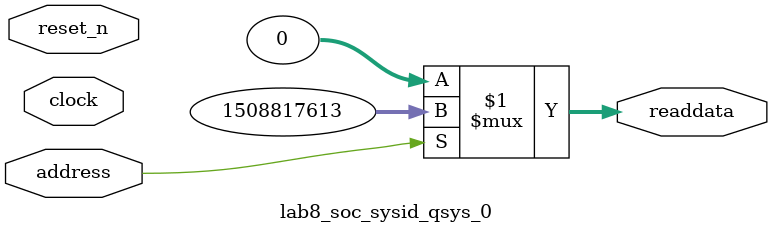
<source format=v>

`timescale 1ns / 1ps
// synthesis translate_on

// turn off superfluous verilog processor warnings 
// altera message_level Level1 
// altera message_off 10034 10035 10036 10037 10230 10240 10030 

module lab8_soc_sysid_qsys_0 (
               // inputs:
                address,
                clock,
                reset_n,

               // outputs:
                readdata
             )
;

  output  [ 31: 0] readdata;
  input            address;
  input            clock;
  input            reset_n;

  wire    [ 31: 0] readdata;
  //control_slave, which is an e_avalon_slave
  assign readdata = address ? 1508817613 : 0;

endmodule




</source>
